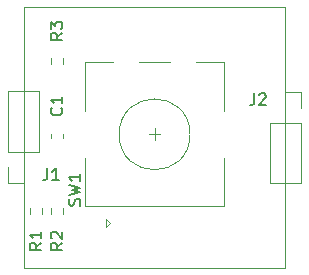
<source format=gbr>
G04 #@! TF.GenerationSoftware,KiCad,Pcbnew,(5.99.0-11522-g728b160719)*
G04 #@! TF.CreationDate,2021-07-25T18:34:51+10:00*
G04 #@! TF.ProjectId,Rotary Encoder,526f7461-7279-4204-956e-636f6465722e,rev?*
G04 #@! TF.SameCoordinates,Original*
G04 #@! TF.FileFunction,Legend,Top*
G04 #@! TF.FilePolarity,Positive*
%FSLAX46Y46*%
G04 Gerber Fmt 4.6, Leading zero omitted, Abs format (unit mm)*
G04 Created by KiCad (PCBNEW (5.99.0-11522-g728b160719)) date 2021-07-25 18:34:51*
%MOMM*%
%LPD*%
G01*
G04 APERTURE LIST*
G04 #@! TA.AperFunction,Profile*
%ADD10C,0.100000*%
G04 #@! TD*
%ADD11C,0.150000*%
%ADD12C,0.120000*%
G04 APERTURE END LIST*
D10*
X155702000Y-112522000D02*
X133604000Y-112522000D01*
X133604000Y-112522000D02*
X133604000Y-90424000D01*
X133604000Y-90424000D02*
X155702000Y-90424000D01*
X155702000Y-90424000D02*
X155702000Y-112522000D01*
D11*
G04 #@! TO.C,SW1*
X138326761Y-107251333D02*
X138374380Y-107108476D01*
X138374380Y-106870380D01*
X138326761Y-106775142D01*
X138279142Y-106727523D01*
X138183904Y-106679904D01*
X138088666Y-106679904D01*
X137993428Y-106727523D01*
X137945809Y-106775142D01*
X137898190Y-106870380D01*
X137850571Y-107060857D01*
X137802952Y-107156095D01*
X137755333Y-107203714D01*
X137660095Y-107251333D01*
X137564857Y-107251333D01*
X137469619Y-107203714D01*
X137422000Y-107156095D01*
X137374380Y-107060857D01*
X137374380Y-106822761D01*
X137422000Y-106679904D01*
X137374380Y-106346571D02*
X138374380Y-106108476D01*
X137660095Y-105918000D01*
X138374380Y-105727523D01*
X137374380Y-105489428D01*
X138374380Y-104584666D02*
X138374380Y-105156095D01*
X138374380Y-104870380D02*
X137374380Y-104870380D01*
X137517238Y-104965619D01*
X137612476Y-105060857D01*
X137660095Y-105156095D01*
G04 #@! TO.C,J1*
X135556666Y-104100380D02*
X135556666Y-104814666D01*
X135509047Y-104957523D01*
X135413809Y-105052761D01*
X135270952Y-105100380D01*
X135175714Y-105100380D01*
X136556666Y-105100380D02*
X135985238Y-105100380D01*
X136270952Y-105100380D02*
X136270952Y-104100380D01*
X136175714Y-104243238D01*
X136080476Y-104338476D01*
X135985238Y-104386095D01*
G04 #@! TO.C,R2*
X136850380Y-110402666D02*
X136374190Y-110736000D01*
X136850380Y-110974095D02*
X135850380Y-110974095D01*
X135850380Y-110593142D01*
X135898000Y-110497904D01*
X135945619Y-110450285D01*
X136040857Y-110402666D01*
X136183714Y-110402666D01*
X136278952Y-110450285D01*
X136326571Y-110497904D01*
X136374190Y-110593142D01*
X136374190Y-110974095D01*
X135945619Y-110021714D02*
X135898000Y-109974095D01*
X135850380Y-109878857D01*
X135850380Y-109640761D01*
X135898000Y-109545523D01*
X135945619Y-109497904D01*
X136040857Y-109450285D01*
X136136095Y-109450285D01*
X136278952Y-109497904D01*
X136850380Y-110069333D01*
X136850380Y-109450285D01*
G04 #@! TO.C,R3*
X136850380Y-92622666D02*
X136374190Y-92956000D01*
X136850380Y-93194095D02*
X135850380Y-93194095D01*
X135850380Y-92813142D01*
X135898000Y-92717904D01*
X135945619Y-92670285D01*
X136040857Y-92622666D01*
X136183714Y-92622666D01*
X136278952Y-92670285D01*
X136326571Y-92717904D01*
X136374190Y-92813142D01*
X136374190Y-93194095D01*
X135850380Y-92289333D02*
X135850380Y-91670285D01*
X136231333Y-92003619D01*
X136231333Y-91860761D01*
X136278952Y-91765523D01*
X136326571Y-91717904D01*
X136421809Y-91670285D01*
X136659904Y-91670285D01*
X136755142Y-91717904D01*
X136802761Y-91765523D01*
X136850380Y-91860761D01*
X136850380Y-92146476D01*
X136802761Y-92241714D01*
X136755142Y-92289333D01*
G04 #@! TO.C,R1*
X135072380Y-110402666D02*
X134596190Y-110736000D01*
X135072380Y-110974095D02*
X134072380Y-110974095D01*
X134072380Y-110593142D01*
X134120000Y-110497904D01*
X134167619Y-110450285D01*
X134262857Y-110402666D01*
X134405714Y-110402666D01*
X134500952Y-110450285D01*
X134548571Y-110497904D01*
X134596190Y-110593142D01*
X134596190Y-110974095D01*
X135072380Y-109450285D02*
X135072380Y-110021714D01*
X135072380Y-109736000D02*
X134072380Y-109736000D01*
X134215238Y-109831238D01*
X134310476Y-109926476D01*
X134358095Y-110021714D01*
G04 #@! TO.C,C1*
X136755142Y-98972666D02*
X136802761Y-99020285D01*
X136850380Y-99163142D01*
X136850380Y-99258380D01*
X136802761Y-99401238D01*
X136707523Y-99496476D01*
X136612285Y-99544095D01*
X136421809Y-99591714D01*
X136278952Y-99591714D01*
X136088476Y-99544095D01*
X135993238Y-99496476D01*
X135898000Y-99401238D01*
X135850380Y-99258380D01*
X135850380Y-99163142D01*
X135898000Y-99020285D01*
X135945619Y-98972666D01*
X136850380Y-98020285D02*
X136850380Y-98591714D01*
X136850380Y-98306000D02*
X135850380Y-98306000D01*
X135993238Y-98401238D01*
X136088476Y-98496476D01*
X136136095Y-98591714D01*
G04 #@! TO.C,J2*
X153082666Y-97750380D02*
X153082666Y-98464666D01*
X153035047Y-98607523D01*
X152939809Y-98702761D01*
X152796952Y-98750380D01*
X152701714Y-98750380D01*
X153511238Y-97845619D02*
X153558857Y-97798000D01*
X153654095Y-97750380D01*
X153892190Y-97750380D01*
X153987428Y-97798000D01*
X154035047Y-97845619D01*
X154082666Y-97940857D01*
X154082666Y-98036095D01*
X154035047Y-98178952D01*
X153463619Y-98750380D01*
X154082666Y-98750380D01*
D12*
G04 #@! TO.C,SW1*
X144153000Y-101223000D02*
X145153000Y-101223000D01*
X150553000Y-103223000D02*
X150553000Y-107323000D01*
X150553000Y-95123000D02*
X150553000Y-99223000D01*
X140853000Y-108723000D02*
X140553000Y-109023000D01*
X138753000Y-103223000D02*
X138753000Y-107323000D01*
X143353000Y-95123000D02*
X145953000Y-95123000D01*
X148153000Y-95123000D02*
X150553000Y-95123000D01*
X138753000Y-99223000D02*
X138753000Y-95123000D01*
X138753000Y-107323000D02*
X150553000Y-107323000D01*
X144653000Y-101723000D02*
X144653000Y-100723000D01*
X140553000Y-108423000D02*
X140853000Y-108723000D01*
X140553000Y-109023000D02*
X140553000Y-108423000D01*
X138753000Y-95123000D02*
X141153000Y-95123000D01*
X147653000Y-101223000D02*
G75*
G03*
X147653000Y-101223000I-3000000J0D01*
G01*
G04 #@! TO.C,J1*
X132249000Y-102728000D02*
X132249000Y-97588000D01*
X134909000Y-97588000D02*
X132249000Y-97588000D01*
X134909000Y-102728000D02*
X134909000Y-97588000D01*
X134909000Y-102728000D02*
X132249000Y-102728000D01*
X133579000Y-105328000D02*
X132249000Y-105328000D01*
X132249000Y-105328000D02*
X132249000Y-103998000D01*
G04 #@! TO.C,R2*
X135875500Y-107933258D02*
X135875500Y-107458742D01*
X136920500Y-107933258D02*
X136920500Y-107458742D01*
G04 #@! TO.C,R3*
X135875500Y-94758742D02*
X135875500Y-95233258D01*
X136920500Y-94758742D02*
X136920500Y-95233258D01*
G04 #@! TO.C,R1*
X135142500Y-107933258D02*
X135142500Y-107458742D01*
X134097500Y-107933258D02*
X134097500Y-107458742D01*
G04 #@! TO.C,C1*
X136908000Y-101486580D02*
X136908000Y-101205420D01*
X135888000Y-101486580D02*
X135888000Y-101205420D01*
G04 #@! TO.C,J2*
X157057000Y-100218000D02*
X157057000Y-105358000D01*
X154397000Y-100218000D02*
X154397000Y-105358000D01*
X157057000Y-97618000D02*
X157057000Y-98948000D01*
X154397000Y-105358000D02*
X157057000Y-105358000D01*
X154397000Y-100218000D02*
X157057000Y-100218000D01*
X155727000Y-97618000D02*
X157057000Y-97618000D01*
G04 #@! TD*
M02*

</source>
